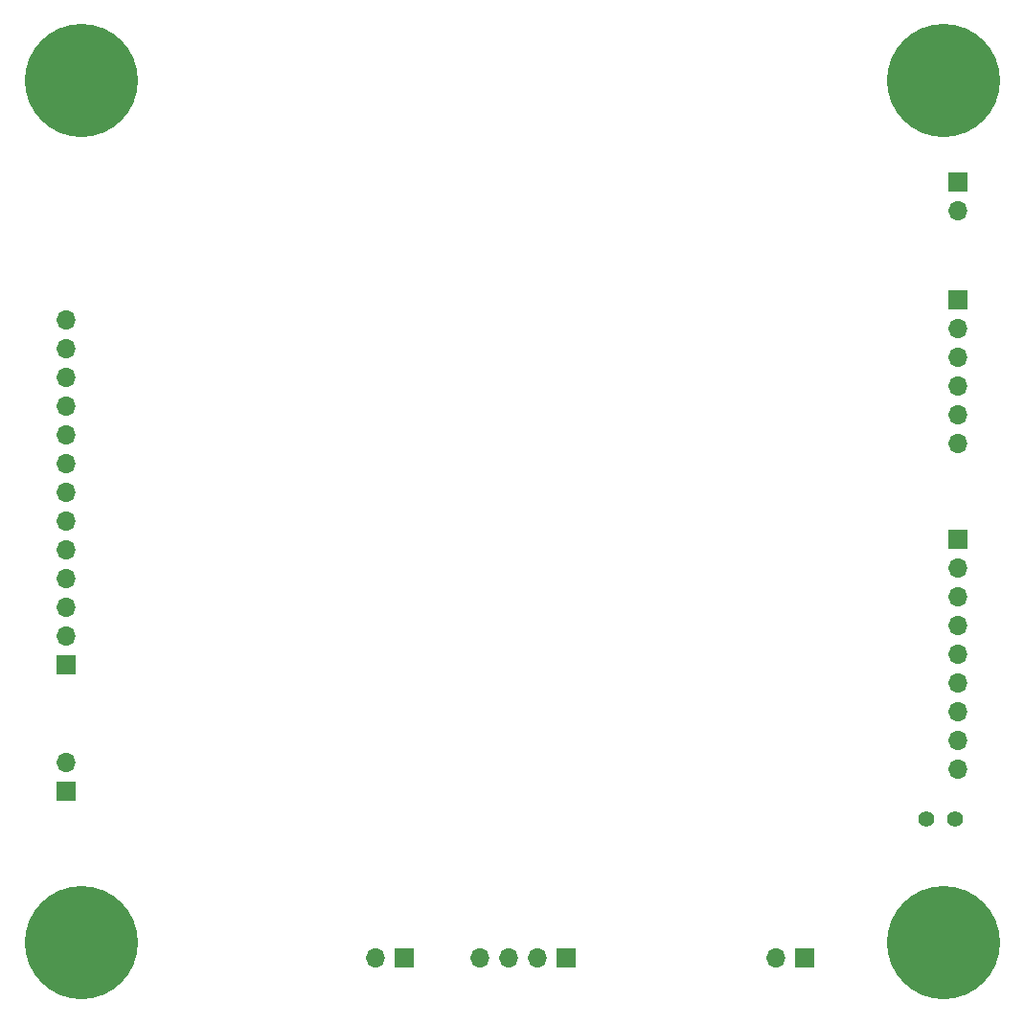
<source format=gbr>
%TF.GenerationSoftware,KiCad,Pcbnew,9.0.0-rc1*%
%TF.CreationDate,2025-01-08T18:27:09+01:00*%
%TF.ProjectId,HBST,48425354-2e6b-4696-9361-645f70636258,rev?*%
%TF.SameCoordinates,Original*%
%TF.FileFunction,Soldermask,Bot*%
%TF.FilePolarity,Negative*%
%FSLAX46Y46*%
G04 Gerber Fmt 4.6, Leading zero omitted, Abs format (unit mm)*
G04 Created by KiCad (PCBNEW 9.0.0-rc1) date 2025-01-08 18:27:09*
%MOMM*%
%LPD*%
G01*
G04 APERTURE LIST*
%ADD10C,10.000000*%
%ADD11C,5.400000*%
%ADD12O,1.700000X1.700000*%
%ADD13R,1.700000X1.700000*%
%ADD14C,1.400000*%
G04 APERTURE END LIST*
D10*
%TO.C,H1*%
X111400000Y-61400000D03*
D11*
X111400000Y-61400000D03*
%TD*%
D10*
%TO.C,H2*%
X111400000Y-137600000D03*
D11*
X111400000Y-137600000D03*
%TD*%
D10*
%TO.C,H3*%
X187600000Y-137600000D03*
D11*
X187600000Y-137600000D03*
%TD*%
D10*
%TO.C,H4*%
X187600000Y-61400000D03*
D11*
X187600000Y-61400000D03*
%TD*%
D12*
%TO.C,J6*%
X137460000Y-138900000D03*
D13*
X140000000Y-138900000D03*
%TD*%
D12*
%TO.C,J3*%
X146680000Y-138925000D03*
X149220000Y-138925000D03*
X151760000Y-138925000D03*
D13*
X154300000Y-138925000D03*
%TD*%
D12*
%TO.C,J1*%
X188925000Y-93450000D03*
X188925000Y-90910000D03*
X188925000Y-88370000D03*
X188925000Y-85830000D03*
X188925000Y-83290000D03*
D13*
X188925000Y-80750000D03*
%TD*%
D12*
%TO.C,J7*%
X188925000Y-72900000D03*
D13*
X188925000Y-70360000D03*
%TD*%
D12*
%TO.C,J2*%
X110100000Y-121600000D03*
D13*
X110100000Y-124140000D03*
%TD*%
D12*
%TO.C,J8*%
X172800000Y-138900000D03*
D13*
X175340000Y-138900000D03*
%TD*%
D12*
%TO.C,J5*%
X188900000Y-122220000D03*
X188900000Y-119680000D03*
X188900000Y-117140000D03*
X188900000Y-114600000D03*
X188900000Y-112060000D03*
X188900000Y-109520000D03*
X188900000Y-106980000D03*
X188900000Y-104440000D03*
D13*
X188900000Y-101900000D03*
%TD*%
D14*
%TO.C,JP2*%
X188640000Y-126650000D03*
X186100000Y-126650000D03*
%TD*%
D12*
%TO.C,J4*%
X110100000Y-82500000D03*
X110100000Y-85040000D03*
X110100000Y-87580000D03*
X110100000Y-90120000D03*
X110100000Y-92660000D03*
X110100000Y-95200000D03*
X110100000Y-97740000D03*
X110100000Y-100280000D03*
X110100000Y-102820000D03*
X110100000Y-105360000D03*
X110100000Y-107900000D03*
X110100000Y-110440000D03*
D13*
X110100000Y-112980000D03*
%TD*%
M02*

</source>
